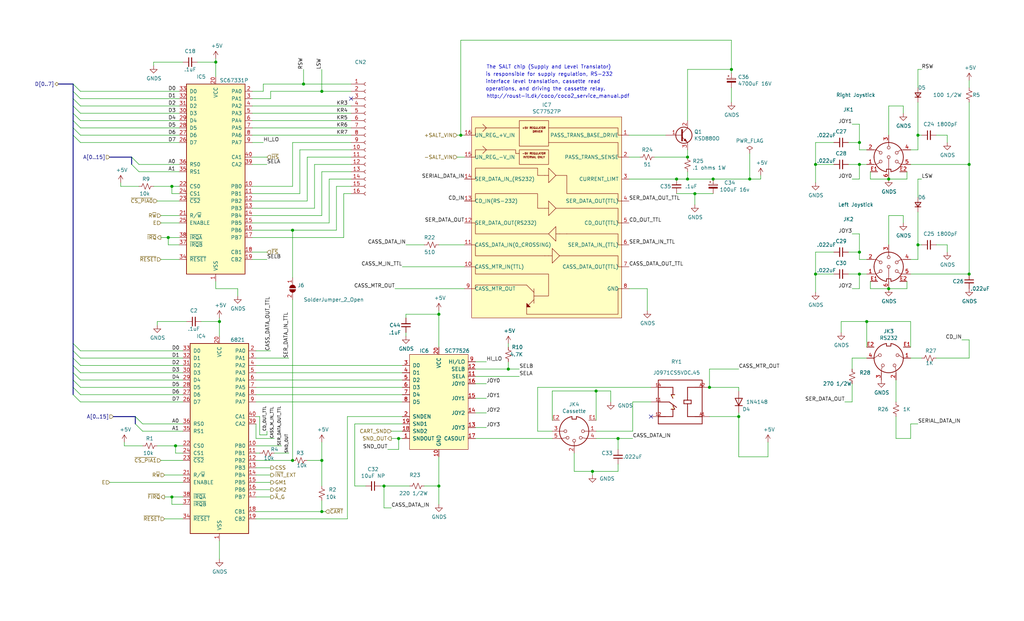
<source format=kicad_sch>
(kicad_sch (version 20211123) (generator eeschema)
  (paper "USLegal")
  (title_block (title "TRS-80 Color Computer 2 (26-3134B & 26-3136B)") (date "2022-10-07") (rev "1.0.0") (company "Tandy Corporation") (comment 1 "Board # 20261058") (comment 3 "Reference board donated by MrDave3609") (comment 4 "Kicad schematic capture by Rocky Hill"))
  (junction (at 59.69 172.72))
  (junction (at 283.21 57.15))
  (junction (at 160.02 46.99))
  (junction (at 300.99 111.76))
  (junction (at 238.76 54.61))
  (junction (at 60.96 154.94))
  (junction (at 207.01 135.89))
  (junction (at 308.61 62.23))
  (junction (at 234.95 62.23))
  (junction (at 318.77 46.99))
  (junction (at 101.6 80.01))
  (junction (at 238.76 62.23))
  (junction (at 74.93 21.59))
  (junction (at 152.4 168.91))
  (junction (at 254 24.13))
  (junction (at 318.77 85.09))
  (junction (at 105.41 29.21))
  (junction (at 246.38 134.62))
  (junction (at 59.69 64.77))
  (junction (at 133.35 168.91))
  (junction (at 205.74 163.83))
  (junction (at 247.65 62.23))
  (junction (at 214.63 152.4))
  (junction (at 58.42 82.55))
  (junction (at 138.43 152.4))
  (junction (at 298.45 95.25))
  (junction (at 101.6 160.02))
  (junction (at 336.55 57.15))
  (junction (at 111.76 31.75))
  (junction (at 111.76 160.02))
  (junction (at 111.76 177.8))
  (junction (at 308.61 100.33))
  (junction (at 76.2 111.76))
  (junction (at 298.45 57.15))
  (junction (at 241.3 67.31))
  (junction (at 283.21 95.25))
  (junction (at 298.45 49.53))
  (junction (at 336.55 95.25))
  (junction (at 176.53 128.27))
  (junction (at 298.45 87.63))
  (junction (at 256.54 144.78))
  (junction (at 152.4 109.22))
  (junction (at 260.35 62.23))
  (no_connect (at 121.92 34.29))
  (no_connect (at 226.06 144.78))
  (bus_entry (at 27.94 49.53) (size -2.54 -2.54))
  (bus_entry (at 49.53 147.32) (size -2.54 -2.54))
  (bus_entry (at 27.94 44.45) (size -2.54 -2.54))
  (bus_entry (at 48.26 57.15) (size -2.54 -2.54))
  (bus_entry (at 27.94 137.16) (size -2.54 -2.54))
  (bus_entry (at 27.94 39.37) (size -2.54 -2.54))
  (bus_entry (at 27.94 36.83) (size -2.54 -2.54))
  (bus_entry (at 27.94 41.91) (size -2.54 -2.54))
  (bus_entry (at 27.94 132.08) (size -2.54 -2.54))
  (bus_entry (at 27.94 127) (size -2.54 -2.54))
  (bus_entry (at 27.94 34.29) (size -2.54 -2.54))
  (bus_entry (at 27.94 31.75) (size -2.54 -2.54))
  (bus_entry (at 27.94 46.99) (size -2.54 -2.54))
  (bus_entry (at 27.94 121.92) (size -2.54 -2.54))
  (bus_entry (at 27.94 134.62) (size -2.54 -2.54))
  (bus_entry (at 27.94 129.54) (size -2.54 -2.54))
  (bus_entry (at 49.53 149.86) (size -2.54 -2.54))
  (bus_entry (at 27.94 124.46) (size -2.54 -2.54))
  (bus_entry (at 48.26 59.69) (size -2.54 -2.54))
  (bus_entry (at 27.94 139.7) (size -2.54 -2.54))
  (wire (pts (xy 41.91 64.77) (xy 41.91 63.5)))
  (wire (pts (xy 320.04 24.13) (xy 318.77 24.13)))
  (wire (pts (xy 295.91 62.23) (xy 298.45 62.23)))
  (wire (pts (xy 27.94 127) (xy 63.5 127)))
  (wire (pts (xy 308.61 74.93) (xy 313.69 74.93)))
  (wire (pts (xy 199.39 157.48) (xy 199.39 163.83)))
  (wire (pts (xy 161.29 46.99) (xy 160.02 46.99)))
  (wire (pts (xy 93.98 31.75) (xy 111.76 31.75)))
  (wire (pts (xy 27.94 134.62) (xy 63.5 134.62)))
  (wire (pts (xy 74.93 20.32) (xy 74.93 21.59)))
  (wire (pts (xy 234.95 67.31) (xy 241.3 67.31)))
  (wire (pts (xy 168.91 148.59) (xy 165.1 148.59)))
  (wire (pts (xy 49.53 147.32) (xy 63.5 147.32)))
  (wire (pts (xy 318.77 24.13) (xy 318.77 30.48)))
  (wire (pts (xy 283.21 49.53) (xy 283.21 57.15)))
  (wire (pts (xy 161.29 85.09) (xy 152.4 85.09)))
  (wire (pts (xy 246.38 144.78) (xy 256.54 144.78)))
  (wire (pts (xy 88.9 147.32) (xy 88.9 152.4)))
  (wire (pts (xy 283.21 87.63) (xy 283.21 95.25)))
  (wire (pts (xy 300.99 111.76) (xy 292.1 111.76)))
  (wire (pts (xy 88.9 154.94) (xy 97.79 154.94)))
  (wire (pts (xy 176.53 120.65) (xy 176.53 119.38)))
  (wire (pts (xy 57.15 172.72) (xy 59.69 172.72)))
  (wire (pts (xy 214.63 163.83) (xy 205.74 163.83)))
  (wire (pts (xy 289.56 49.53) (xy 283.21 49.53)))
  (wire (pts (xy 308.61 36.83) (xy 313.69 36.83)))
  (wire (pts (xy 74.93 100.33) (xy 82.55 100.33)))
  (wire (pts (xy 302.26 100.33) (xy 308.61 100.33)))
  (wire (pts (xy 295.91 81.28) (xy 298.45 81.28)))
  (wire (pts (xy 139.7 127) (xy 88.9 127)))
  (wire (pts (xy 133.35 168.91) (xy 142.24 168.91)))
  (wire (pts (xy 300.99 111.76) (xy 300.99 120.65)))
  (wire (pts (xy 161.29 54.61) (xy 158.75 54.61)))
  (wire (pts (xy 121.92 46.99) (xy 87.63 46.99)))
  (wire (pts (xy 292.1 111.76) (xy 292.1 115.57)))
  (wire (pts (xy 92.71 90.17) (xy 87.63 90.17)))
  (wire (pts (xy 139.7 132.08) (xy 88.9 132.08)))
  (wire (pts (xy 58.42 82.55) (xy 58.42 85.09)))
  (wire (pts (xy 139.7 152.4) (xy 138.43 152.4)))
  (wire (pts (xy 160.02 13.97) (xy 254 13.97)))
  (wire (pts (xy 176.53 125.73) (xy 176.53 128.27)))
  (wire (pts (xy 63.5 160.02) (xy 55.88 160.02)))
  (wire (pts (xy 87.63 39.37) (xy 121.92 39.37)))
  (bus (pts (xy 25.4 34.29) (xy 25.4 36.83)))
  (wire (pts (xy 238.76 59.69) (xy 238.76 62.23)))
  (wire (pts (xy 88.9 167.64) (xy 93.98 167.64)))
  (wire (pts (xy 226.06 139.7) (xy 219.71 139.7)))
  (wire (pts (xy 109.22 57.15) (xy 109.22 72.39)))
  (wire (pts (xy 219.71 149.86) (xy 207.01 149.86)))
  (wire (pts (xy 298.45 95.25) (xy 294.64 95.25)))
  (wire (pts (xy 105.41 24.13) (xy 105.41 29.21)))
  (wire (pts (xy 298.45 87.63) (xy 294.64 87.63)))
  (wire (pts (xy 87.63 69.85) (xy 106.68 69.85)))
  (wire (pts (xy 119.38 67.31) (xy 119.38 82.55)))
  (wire (pts (xy 316.23 57.15) (xy 336.55 57.15)))
  (wire (pts (xy 311.15 144.78) (xy 311.15 152.4)))
  (wire (pts (xy 218.44 54.61) (xy 222.25 54.61)))
  (wire (pts (xy 120.65 180.34) (xy 120.65 144.78)))
  (wire (pts (xy 300.99 57.15) (xy 298.45 57.15)))
  (wire (pts (xy 283.21 95.25) (xy 283.21 101.6)))
  (wire (pts (xy 58.42 85.09) (xy 62.23 85.09)))
  (wire (pts (xy 68.58 21.59) (xy 74.93 21.59)))
  (wire (pts (xy 318.77 90.17) (xy 316.23 90.17)))
  (wire (pts (xy 87.63 44.45) (xy 121.92 44.45)))
  (wire (pts (xy 90.17 144.78) (xy 90.17 151.13)))
  (wire (pts (xy 186.69 134.62) (xy 186.69 149.86)))
  (wire (pts (xy 27.94 34.29) (xy 62.23 34.29)))
  (wire (pts (xy 336.55 118.11) (xy 336.55 124.46)))
  (wire (pts (xy 334.01 118.11) (xy 336.55 118.11)))
  (wire (pts (xy 328.93 85.09) (xy 328.93 87.63)))
  (wire (pts (xy 49.53 149.86) (xy 63.5 149.86)))
  (wire (pts (xy 104.14 52.07) (xy 121.92 52.07)))
  (wire (pts (xy 214.63 152.4) (xy 207.01 152.4)))
  (wire (pts (xy 60.96 157.48) (xy 60.96 154.94)))
  (wire (pts (xy 57.15 180.34) (xy 63.5 180.34)))
  (wire (pts (xy 88.9 152.4) (xy 95.25 152.4)))
  (wire (pts (xy 27.94 31.75) (xy 62.23 31.75)))
  (wire (pts (xy 93.98 34.29) (xy 93.98 31.75)))
  (wire (pts (xy 53.34 21.59) (xy 53.34 22.86)))
  (wire (pts (xy 92.71 151.13) (xy 92.71 149.86)))
  (wire (pts (xy 138.43 156.21) (xy 138.43 152.4)))
  (wire (pts (xy 165.1 143.51) (xy 168.91 143.51)))
  (wire (pts (xy 328.93 46.99) (xy 328.93 49.53)))
  (wire (pts (xy 218.44 46.99) (xy 231.14 46.99)))
  (wire (pts (xy 311.15 139.7) (xy 311.15 132.08)))
  (wire (pts (xy 238.76 54.61) (xy 238.76 52.07)))
  (wire (pts (xy 101.6 49.53) (xy 101.6 64.77)))
  (wire (pts (xy 224.79 100.33) (xy 224.79 107.95)))
  (wire (pts (xy 300.99 111.76) (xy 316.23 111.76)))
  (wire (pts (xy 308.61 85.09) (xy 308.61 74.93)))
  (wire (pts (xy 254 13.97) (xy 254 24.13)))
  (wire (pts (xy 295.91 100.33) (xy 298.45 100.33)))
  (wire (pts (xy 318.77 73.66) (xy 318.77 85.09)))
  (wire (pts (xy 48.26 57.15) (xy 62.23 57.15)))
  (wire (pts (xy 165.1 128.27) (xy 176.53 128.27)))
  (wire (pts (xy 88.9 144.78) (xy 90.17 144.78)))
  (wire (pts (xy 140.97 115.57) (xy 140.97 116.84)))
  (wire (pts (xy 316.23 152.4) (xy 311.15 152.4)))
  (wire (pts (xy 38.1 167.64) (xy 63.5 167.64)))
  (wire (pts (xy 289.56 57.15) (xy 283.21 57.15)))
  (wire (pts (xy 27.94 44.45) (xy 62.23 44.45)))
  (wire (pts (xy 88.9 177.8) (xy 111.76 177.8)))
  (wire (pts (xy 27.94 132.08) (xy 63.5 132.08)))
  (wire (pts (xy 87.63 31.75) (xy 91.44 31.75)))
  (wire (pts (xy 302.26 62.23) (xy 308.61 62.23)))
  (wire (pts (xy 318.77 35.56) (xy 318.77 46.99)))
  (wire (pts (xy 308.61 46.99) (xy 308.61 36.83)))
  (wire (pts (xy 27.94 41.91) (xy 62.23 41.91)))
  (wire (pts (xy 139.7 137.16) (xy 88.9 137.16)))
  (wire (pts (xy 218.44 100.33) (xy 224.79 100.33)))
  (bus (pts (xy 25.4 41.91) (xy 25.4 44.45)))
  (wire (pts (xy 87.63 34.29) (xy 93.98 34.29)))
  (wire (pts (xy 254 25.4) (xy 254 24.13)))
  (wire (pts (xy 161.29 92.71) (xy 139.7 92.71)))
  (wire (pts (xy 298.45 52.07) (xy 298.45 49.53)))
  (wire (pts (xy 111.76 31.75) (xy 121.92 31.75)))
  (wire (pts (xy 91.44 29.21) (xy 105.41 29.21)))
  (wire (pts (xy 95.25 157.48) (xy 100.33 157.48)))
  (wire (pts (xy 132.08 168.91) (xy 133.35 168.91)))
  (wire (pts (xy 27.94 137.16) (xy 63.5 137.16)))
  (wire (pts (xy 160.02 13.97) (xy 160.02 46.99)))
  (wire (pts (xy 27.94 129.54) (xy 63.5 129.54)))
  (wire (pts (xy 88.9 121.92) (xy 93.98 121.92)))
  (wire (pts (xy 318.77 46.99) (xy 318.77 52.07)))
  (wire (pts (xy 336.55 57.15) (xy 336.55 95.25)))
  (wire (pts (xy 53.34 64.77) (xy 59.69 64.77)))
  (wire (pts (xy 256.54 158.75) (xy 266.7 158.75)))
  (wire (pts (xy 88.9 170.18) (xy 93.98 170.18)))
  (wire (pts (xy 111.76 59.69) (xy 121.92 59.69)))
  (wire (pts (xy 54.61 154.94) (xy 60.96 154.94)))
  (wire (pts (xy 264.16 60.96) (xy 264.16 62.23)))
  (wire (pts (xy 234.95 62.23) (xy 238.76 62.23)))
  (wire (pts (xy 298.45 49.53) (xy 294.64 49.53)))
  (wire (pts (xy 59.69 64.77) (xy 59.69 67.31)))
  (wire (pts (xy 295.91 124.46) (xy 295.91 128.27)))
  (wire (pts (xy 283.21 57.15) (xy 283.21 63.5)))
  (wire (pts (xy 27.94 49.53) (xy 62.23 49.53)))
  (wire (pts (xy 62.23 64.77) (xy 59.69 64.77)))
  (wire (pts (xy 93.98 162.56) (xy 88.9 162.56)))
  (wire (pts (xy 120.65 144.78) (xy 139.7 144.78)))
  (wire (pts (xy 165.1 130.81) (xy 180.34 130.81)))
  (wire (pts (xy 241.3 67.31) (xy 241.3 71.12)))
  (bus (pts (xy 25.4 134.62) (xy 25.4 137.16)))
  (wire (pts (xy 27.94 39.37) (xy 62.23 39.37)))
  (wire (pts (xy 123.19 147.32) (xy 123.19 168.91)))
  (wire (pts (xy 111.76 24.13) (xy 111.76 31.75)))
  (wire (pts (xy 176.53 128.27) (xy 180.34 128.27)))
  (wire (pts (xy 87.63 36.83) (xy 121.92 36.83)))
  (wire (pts (xy 191.77 135.89) (xy 207.01 135.89)))
  (wire (pts (xy 314.96 62.23) (xy 308.61 62.23)))
  (wire (pts (xy 246.38 134.62) (xy 256.54 134.62)))
  (wire (pts (xy 90.17 157.48) (xy 88.9 157.48)))
  (wire (pts (xy 92.71 87.63) (xy 87.63 87.63)))
  (wire (pts (xy 318.77 62.23) (xy 318.77 68.58)))
  (wire (pts (xy 88.9 139.7) (xy 139.7 139.7)))
  (bus (pts (xy 25.4 39.37) (xy 25.4 41.91)))
  (wire (pts (xy 62.23 82.55) (xy 58.42 82.55)))
  (wire (pts (xy 116.84 64.77) (xy 116.84 80.01)))
  (wire (pts (xy 214.63 156.21) (xy 214.63 152.4)))
  (wire (pts (xy 91.44 31.75) (xy 91.44 29.21)))
  (wire (pts (xy 325.12 46.99) (xy 328.93 46.99)))
  (wire (pts (xy 62.23 69.85) (xy 54.61 69.85)))
  (wire (pts (xy 63.5 157.48) (xy 60.96 157.48)))
  (wire (pts (xy 316.23 111.76) (xy 316.23 120.65)))
  (wire (pts (xy 325.12 85.09) (xy 328.93 85.09)))
  (wire (pts (xy 336.55 27.94) (xy 336.55 30.48)))
  (wire (pts (xy 212.09 135.89) (xy 212.09 139.7)))
  (wire (pts (xy 27.94 46.99) (xy 62.23 46.99)))
  (wire (pts (xy 111.76 177.8) (xy 113.03 177.8)))
  (wire (pts (xy 49.53 154.94) (xy 43.18 154.94)))
  (wire (pts (xy 82.55 100.33) (xy 82.55 102.87)))
  (wire (pts (xy 27.94 121.92) (xy 63.5 121.92)))
  (wire (pts (xy 152.4 107.95) (xy 152.4 109.22)))
  (wire (pts (xy 241.3 67.31) (xy 247.65 67.31)))
  (wire (pts (xy 59.69 172.72) (xy 59.69 175.26)))
  (wire (pts (xy 101.6 49.53) (xy 121.92 49.53)))
  (wire (pts (xy 106.68 54.61) (xy 106.68 69.85)))
  (bus (pts (xy 25.4 121.92) (xy 25.4 124.46)))
  (bus (pts (xy 25.4 31.75) (xy 25.4 34.29)))
  (wire (pts (xy 59.69 175.26) (xy 63.5 175.26)))
  (wire (pts (xy 246.38 128.27) (xy 246.38 134.62)))
  (wire (pts (xy 318.77 85.09) (xy 318.77 90.17)))
  (wire (pts (xy 106.68 54.61) (xy 121.92 54.61)))
  (bus (pts (xy 25.4 29.21) (xy 20.32 29.21)))
  (wire (pts (xy 138.43 152.4) (xy 135.89 152.4)))
  (bus (pts (xy 25.4 132.08) (xy 25.4 134.62)))
  (wire (pts (xy 264.16 62.23) (xy 260.35 62.23)))
  (wire (pts (xy 48.26 59.69) (xy 62.23 59.69)))
  (wire (pts (xy 53.34 21.59) (xy 63.5 21.59)))
  (bus (pts (xy 25.4 127) (xy 25.4 129.54)))
  (wire (pts (xy 27.94 139.7) (xy 63.5 139.7)))
  (bus (pts (xy 25.4 36.83) (xy 25.4 39.37)))
  (wire (pts (xy 300.99 95.25) (xy 298.45 95.25)))
  (wire (pts (xy 320.04 46.99) (xy 318.77 46.99)))
  (bus (pts (xy 25.4 119.38) (xy 25.4 121.92)))
  (wire (pts (xy 87.63 80.01) (xy 101.6 80.01)))
  (wire (pts (xy 87.63 74.93) (xy 111.76 74.93)))
  (wire (pts (xy 325.12 124.46) (xy 336.55 124.46)))
  (wire (pts (xy 298.45 90.17) (xy 298.45 87.63)))
  (wire (pts (xy 43.18 154.94) (xy 43.18 153.67)))
  (wire (pts (xy 289.56 87.63) (xy 283.21 87.63)))
  (wire (pts (xy 256.54 144.78) (xy 256.54 158.75)))
  (wire (pts (xy 88.9 165.1) (xy 93.98 165.1)))
  (wire (pts (xy 140.97 109.22) (xy 152.4 109.22)))
  (wire (pts (xy 147.32 85.09) (xy 140.97 85.09)))
  (wire (pts (xy 133.35 176.53) (xy 133.35 168.91)))
  (wire (pts (xy 314.96 97.79) (xy 314.96 100.33)))
  (wire (pts (xy 88.9 124.46) (xy 100.33 124.46)))
  (bus (pts (xy 46.99 144.78) (xy 39.37 144.78)))
  (wire (pts (xy 87.63 49.53) (xy 91.44 49.53)))
  (bus (pts (xy 45.72 54.61) (xy 38.1 54.61)))
  (wire (pts (xy 111.76 160.02) (xy 111.76 168.91)))
  (wire (pts (xy 76.2 187.96) (xy 76.2 194.31)))
  (wire (pts (xy 302.26 59.69) (xy 302.26 62.23)))
  (wire (pts (xy 104.14 52.07) (xy 104.14 67.31)))
  (wire (pts (xy 320.04 62.23) (xy 318.77 62.23)))
  (wire (pts (xy 314.96 100.33) (xy 308.61 100.33)))
  (bus (pts (xy 25.4 29.21) (xy 25.4 31.75)))
  (wire (pts (xy 114.3 62.23) (xy 121.92 62.23)))
  (wire (pts (xy 260.35 53.34) (xy 260.35 62.23)))
  (wire (pts (xy 165.1 125.73) (xy 168.91 125.73)))
  (wire (pts (xy 298.45 62.23) (xy 298.45 57.15)))
  (wire (pts (xy 116.84 64.77) (xy 121.92 64.77)))
  (wire (pts (xy 313.69 36.83) (xy 313.69 39.37)))
  (wire (pts (xy 168.91 138.43) (xy 165.1 138.43)))
  (wire (pts (xy 300.99 90.17) (xy 298.45 90.17)))
  (wire (pts (xy 114.3 62.23) (xy 114.3 77.47)))
  (bus (pts (xy 45.72 57.15) (xy 45.72 54.61)))
  (wire (pts (xy 88.9 160.02) (xy 101.6 160.02)))
  (wire (pts (xy 295.91 43.18) (xy 298.45 43.18)))
  (wire (pts (xy 238.76 24.13) (xy 238.76 41.91)))
  (wire (pts (xy 123.19 147.32) (xy 139.7 147.32)))
  (wire (pts (xy 76.2 110.49) (xy 76.2 111.76)))
  (wire (pts (xy 106.68 160.02) (xy 111.76 160.02)))
  (wire (pts (xy 298.45 43.18) (xy 298.45 49.53)))
  (wire (pts (xy 55.88 90.17) (xy 62.23 90.17)))
  (wire (pts (xy 87.63 67.31) (xy 104.14 67.31)))
  (wire (pts (xy 298.45 81.28) (xy 298.45 87.63)))
  (wire (pts (xy 139.7 149.86) (xy 135.89 149.86)))
  (wire (pts (xy 123.19 168.91) (xy 127 168.91)))
  (wire (pts (xy 246.38 128.27) (xy 256.54 128.27)))
  (bus (pts (xy 25.4 44.45) (xy 25.4 46.99)))
  (wire (pts (xy 88.9 134.62) (xy 139.7 134.62)))
  (wire (pts (xy 88.9 180.34) (xy 120.65 180.34)))
  (wire (pts (xy 186.69 149.86) (xy 191.77 149.86)))
  (wire (pts (xy 135.89 176.53) (xy 133.35 176.53)))
  (wire (pts (xy 165.1 133.35) (xy 168.91 133.35)))
  (wire (pts (xy 254 24.13) (xy 238.76 24.13)))
  (wire (pts (xy 111.76 153.67) (xy 111.76 160.02)))
  (wire (pts (xy 111.76 173.99) (xy 111.76 177.8)))
  (wire (pts (xy 289.56 95.25) (xy 283.21 95.25)))
  (wire (pts (xy 161.29 100.33) (xy 137.16 100.33)))
  (wire (pts (xy 227.33 54.61) (xy 238.76 54.61)))
  (wire (pts (xy 87.63 72.39) (xy 109.22 72.39)))
  (wire (pts (xy 60.96 154.94) (xy 63.5 154.94)))
  (wire (pts (xy 101.6 104.14) (xy 101.6 160.02)))
  (bus (pts (xy 46.99 147.32) (xy 46.99 144.78)))
  (wire (pts (xy 54.61 111.76) (xy 54.61 113.03)))
  (wire (pts (xy 54.61 111.76) (xy 64.77 111.76)))
  (wire (pts (xy 105.41 29.21) (xy 121.92 29.21)))
  (wire (pts (xy 87.63 82.55) (xy 119.38 82.55)))
  (wire (pts (xy 140.97 110.49) (xy 140.97 109.22)))
  (wire (pts (xy 295.91 133.35) (xy 295.91 139.7)))
  (wire (pts (xy 205.74 163.83) (xy 205.74 165.1)))
  (wire (pts (xy 90.17 151.13) (xy 92.71 151.13)))
  (wire (pts (xy 134.62 156.21) (xy 138.43 156.21)))
  (wire (pts (xy 76.2 111.76) (xy 76.2 116.84)))
  (bus (pts (xy 25.4 46.99) (xy 25.4 119.38)))
  (wire (pts (xy 152.4 158.75) (xy 152.4 168.91)))
  (wire (pts (xy 256.54 143.51) (xy 256.54 144.78)))
  (wire (pts (xy 300.99 52.07) (xy 298.45 52.07)))
  (wire (pts (xy 316.23 95.25) (xy 336.55 95.25)))
  (wire (pts (xy 226.06 134.62) (xy 186.69 134.62)))
  (wire (pts (xy 48.26 64.77) (xy 41.91 64.77)))
  (wire (pts (xy 87.63 64.77) (xy 101.6 64.77)))
  (wire (pts (xy 336.55 57.15) (xy 336.55 35.56)))
  (wire (pts (xy 260.35 62.23) (xy 247.65 62.23)))
  (wire (pts (xy 111.76 59.69) (xy 111.76 74.93)))
  (wire (pts (xy 316.23 147.32) (xy 316.23 152.4)))
  (wire (pts (xy 152.4 168.91) (xy 152.4 175.26)))
  (wire (pts (xy 63.5 172.72) (xy 59.69 172.72)))
  (wire (pts (xy 218.44 62.23) (xy 234.95 62.23)))
  (wire (pts (xy 207.01 135.89) (xy 207.01 146.05)))
  (wire (pts (xy 314.96 59.69) (xy 314.96 62.23)))
  (wire (pts (xy 121.92 41.91) (xy 87.63 41.91)))
  (wire (pts (xy 302.26 97.79) (xy 302.26 100.33)))
  (wire (pts (xy 320.04 85.09) (xy 318.77 85.09)))
  (wire (pts (xy 109.22 57.15) (xy 121.92 57.15)))
  (wire (pts (xy 207.01 135.89) (xy 212.09 135.89)))
  (wire (pts (xy 152.4 109.22) (xy 152.4 120.65)))
  (bus (pts (xy 25.4 129.54) (xy 25.4 132.08)))
  (wire (pts (xy 59.69 67.31) (xy 62.23 67.31)))
  (wire (pts (xy 254 30.48) (xy 254 35.56)))
  (wire (pts (xy 219.71 139.7) (xy 219.71 149.86)))
  (wire (pts (xy 74.93 21.59) (xy 74.93 26.67)))
  (wire (pts (xy 199.39 163.83) (xy 205.74 163.83)))
  (wire (pts (xy 87.63 57.15) (xy 92.71 57.15)))
  (wire (pts (xy 318.77 147.32) (xy 316.23 147.32)))
  (wire (pts (xy 318.77 52.07) (xy 316.23 52.07)))
  (wire (pts (xy 295.91 139.7) (xy 293.37 139.7)))
  (wire (pts (xy 160.02 46.99) (xy 158.75 46.99)))
  (wire (pts (xy 101.6 80.01) (xy 116.84 80.01)))
  (wire (pts (xy 101.6 96.52) (xy 101.6 80.01)))
  (wire (pts (xy 27.94 36.83) (xy 62.23 36.83)))
  (bus (pts (xy 25.4 124.46) (xy 25.4 127)))
  (wire (pts (xy 300.99 124.46) (xy 295.91 124.46)))
  (wire (pts (xy 147.32 168.91) (xy 152.4 168.91)))
  (wire (pts (xy 69.85 111.76) (xy 76.2 111.76)))
  (wire (pts (xy 320.04 124.46) (xy 316.23 124.46)))
  (wire (pts (xy 63.5 165.1) (xy 57.15 165.1)))
  (wire (pts (xy 219.71 152.4) (xy 214.63 152.4)))
  (wire (pts (xy 55.88 77.47) (xy 62.23 77.47)))
  (wire (pts (xy 27.94 124.46) (xy 63.5 124.46)))
  (wire (pts (xy 88.9 172.72) (xy 93.98 172.72)))
  (wire (pts (xy 238.76 62.23) (xy 247.65 62.23)))
  (wire (pts (xy 298.45 57.15) (xy 294.64 57.15)))
  (wire (pts (xy 165.1 152.4) (xy 191.77 152.4)))
  (wire (pts (xy 298.45 100.33) (xy 298.45 95.25)))
  (wire (pts (xy 62.23 74.93) (xy 55.88 74.93)))
  (wire (pts (xy 313.69 74.93) (xy 313.69 77.47)))
  (wire (pts (xy 55.88 82.55) (xy 58.42 82.55)))
  (wire (pts (xy 87.63 77.47) (xy 114.3 77.47)))
  (wire (pts (xy 256.54 135.89) (xy 256.54 134.62)))
  (wire (pts (xy 88.9 129.54) (xy 139.7 129.54)))
  (wire (pts (xy 191.77 146.05) (xy 191.77 135.89)))
  (wire (pts (xy 87.63 54.61) (xy 92.71 54.61)))
  (wire (pts (xy 214.63 161.29) (xy 214.63 163.83)))
  (wire (pts (xy 74.93 97.79) (xy 74.93 100.33)))
  (wire (pts (xy 119.38 67.31) (xy 121.92 67.31)))
  (wire (pts (xy 266.7 158.75) (xy 266.7 153.67)))
  (text " operations, and driving the cassette relay." (at 167.64 31.75 0) (effects (font (size 1.27 1.27)) (justify left bottom)))
  (text " interface level translation, cassette read" (at 167.64 29.21 0) (effects (font (size 1.27 1.27)) (justify left bottom)))
  (text "The SALT chip (Supply and Level Translator)" (at 168.91 24.13 0) (effects (font (size 1.27 1.27)) (justify left bottom)))
  (text "http://roust-it.dk/coco/coco2_service_manual.pdf" (at 168.91 34.29 0) (effects (font (size 1.27 1.27)) (justify left bottom)))
  (text " is responsible for supply regulation, RS-232" (at 167.64 26.67 0) (effects (font (size 1.27 1.27)) (justify left bottom)))
  (label "SER_DATA_OUT" (at 293.37 139.7 180))
  (label "D6" (at 59.69 137.16 0))
  (label "KR5" (at 116.84 41.91 0))
  (label "HI_LO" (at 168.91 125.73 0))
  (label "JOY3" (at 168.91 148.59 0))
  (label "CD_IN" (at 334.01 118.11 180))
  (label "LSW" (at 111.76 24.13 90))
  (label "D2" (at 59.69 127 0))
  (label "SELA" (at 92.71 57.15 0))
  (label "CASS_DATA_IN" (at 135.89 176.53 0))
  (label "CASS_M_IN_TTL" (at 139.7 92.71 180))
  (label "A0" (at 58.42 57.15 0))
  (label "D1" (at 59.69 124.46 0))
  (label "JOY1" (at 168.91 138.43 0))
  (label "JOY2" (at 295.91 100.33 180))
  (label "D3" (at 59.69 129.54 0))
  (label "CASS_DATA_OUT_TTL" (at 218.44 92.71 0))
  (label "D5" (at 58.42 44.45 0))
  (label "HI_LO" (at 91.44 49.53 0))
  (label "CASS_M_IN_TTL" (at 95.25 152.4 90) (effects (font (size 0.9906 0.9906))))
  (label "CASS_DATA_OUT_TTL" (at 93.98 121.92 90))
  (label "SER_DATA_OUT" (at 161.29 77.47 180))
  (label "A0" (at 59.69 147.32 0))
  (label "RSW" (at 105.41 24.13 90))
  (label "D5" (at 59.69 134.62 0))
  (label "D4" (at 59.69 132.08 0))
  (label "CASS_MTR_OUT" (at 256.54 128.27 0))
  (label "JOY0" (at 168.91 133.35 0))
  (label "JOY3" (at 295.91 81.28 180))
  (label "D1" (at 58.42 34.29 0))
  (label "SERIAL_DATA_IN" (at 318.77 147.32 0))
  (label "SND_OUT" (at 134.62 156.21 180))
  (label "RSW" (at 320.04 24.13 0))
  (label "CASS_DATA_IN" (at 140.97 85.09 180))
  (label "SER_DATA_IN_TTL" (at 100.33 124.46 90))
  (label "CD_OUT_TTL" (at 92.71 149.86 90) (effects (font (size 0.9906 0.9906))))
  (label "KR4" (at 116.84 39.37 0))
  (label "KR3" (at 116.84 36.83 0))
  (label "JOY0" (at 295.91 62.23 180))
  (label "D6" (at 58.42 46.99 0))
  (label "KR7" (at 116.84 46.99 0))
  (label "KR6" (at 116.84 44.45 0))
  (label "SND_OUT" (at 100.33 157.48 90) (effects (font (size 0.9906 0.9906))))
  (label "SERIAL_DATA_IN" (at 161.29 62.23 180))
  (label "JOY2" (at 168.91 143.51 0))
  (label "CD_OUT_TTL" (at 218.44 77.47 0))
  (label "CASS_DATA_IN" (at 219.71 152.4 0))
  (label "SELB" (at 180.34 128.27 0))
  (label "SELB" (at 92.71 90.17 0))
  (label "A1" (at 58.42 59.69 0))
  (label "D7" (at 58.42 49.53 0))
  (label "SELA" (at 180.34 130.81 0))
  (label "SER_DATA_OUT_TTL" (at 218.44 69.85 0))
  (label "D0" (at 58.42 31.75 0))
  (label "JOY1" (at 295.91 43.18 180))
  (label "CD_IN" (at 161.29 69.85 180))
  (label "D2" (at 58.42 36.83 0))
  (label "A1" (at 59.69 149.86 0))
  (label "D0" (at 59.69 121.92 0))
  (label "D3" (at 58.42 39.37 0))
  (label "CASS_MTR_OUT" (at 137.16 100.33 180))
  (label "D7" (at 59.69 139.7 0))
  (label "D4" (at 58.42 41.91 0))
  (label "LSW" (at 320.04 62.23 0))
  (label "SER_DATA_IN_TTL" (at 218.44 85.09 0))
  (label "SER_DATA_OUT_TTL" (at 97.79 154.94 90) (effects (font (size 0.9906 0.9906))))
  (hierarchical_label "~{RESET}" (shape input) (at 57.15 180.34 180))
  (hierarchical_label "E" (shape input) (at 55.88 77.47 180))
  (hierarchical_label "E" (shape input) (at 38.1 167.64 180))
  (hierarchical_label "~{CART}" (shape input) (at 113.03 177.8 0))
  (hierarchical_label "~{CS_PIA1}" (shape input) (at 55.88 160.02 180))
  (hierarchical_label "A[0..15]" (shape input) (at 39.37 144.78 180))
  (hierarchical_label "~{INT}_EXT" (shape output) (at 93.98 165.1 0))
  (hierarchical_label "-SALT_VIN" (shape input) (at 158.75 54.61 180))
  (hierarchical_label "GM2" (shape output) (at 93.98 170.18 0))
  (hierarchical_label "A[0..15]" (shape input) (at 38.1 54.61 180))
  (hierarchical_label "~{HS}" (shape input) (at 92.71 54.61 0))
  (hierarchical_label "~{FIRQ}" (shape output) (at 57.15 172.72 180))
  (hierarchical_label "SND_OUT" (shape output) (at 135.89 152.4 180))
  (hierarchical_label "~{CS_PIA0}" (shape input) (at 54.61 69.85 180))
  (hierarchical_label "CSS" (shape output) (at 93.98 162.56 0))
  (hierarchical_label "GM1" (shape output) (at 93.98 167.64 0))
  (hierarchical_label "~{FS}" (shape input) (at 92.71 87.63 0))
  (hierarchical_label "~{A}_G" (shape output) (at 93.98 172.72 0))
  (hierarchical_label "~{IRQ}" (shape output) (at 55.88 82.55 180))
  (hierarchical_label "~{RESET}" (shape input) (at 55.88 90.17 180))
  (hierarchical_label "R~{W}" (shape input) (at 57.15 165.1 180))
  (hierarchical_label "+SALT_VIN" (shape input) (at 158.75 46.99 180))
  (hierarchical_label "R~{W}" (shape input) (at 55.88 74.93 180))
  (hierarchical_label "D[0..7]" (shape bidirectional) (at 20.32 29.21 180))
  (hierarchical_label "CART_SND" (shape input) (at 135.89 149.86 180))
  (symbol (lib_id "coco2-rescue:C_Small-Device") (at 129.54 168.91 270) (unit 1)
    (property "Reference" "C32" (at 129.54 163.0934 90))
    (property "Value" "10uF NP" (at 129.54 165.4048 90))
    (property "Footprint" "Capacitor_THT:C_Radial_D5.0mm_H11.0mm_P2.00mm" (effects hide))
    (property "Datasheet" "http://nichicon-us.com/english/products/pdfs/e-ues.pdf" (effects hide))
    (property "Vendor" "digikey" (effects hide))
    (property "Vendor part#" "493-10824-1-ND" (effects hide))
    (property "Manufacturer part#" "UES1E100MDM1TD" (effects hide))
  )
  (symbol (lib_id "coco2-rescue:R_Small_US-Device") (at 322.58 124.46 270) (unit 1)
    (property "Reference" "R27" (at 321.31 121.92 90) (effects (justify left)))
    (property "Value" "1K" (at 321.437 126.1872 90) (effects (justify left)))
    (property "Footprint" "Resistor_THT:R_Axial_DIN0207_L6.3mm_D2.5mm_P10.16mm_Horizontal" (effects hide))
    (property "Datasheet" "https://www.seielect.com/catalog/sei-cf_cfm.pdf" (effects hide))
    (property "Vendor" "digikey" (effects hide))
    (property "Vendor part#" "CF14JT1K00CT-ND" (effects hide))
    (property "Manufacturer part#" "CF14JT1K00" (effects hide))
  )
  (symbol (lib_id "coco2-rescue:R_Small_US-Device") (at 311.15 142.24 180) (unit 1)
    (property "Reference" "R26" (at 308.61 142.24 0) (effects (justify left)))
    (property "Value" "1K" (at 316.23 142.24 0) (effects (justify left)))
    (property "Footprint" "Resistor_THT:R_Axial_DIN0207_L6.3mm_D2.5mm_P10.16mm_Horizontal" (effects hide))
    (property "Datasheet" "https://www.seielect.com/catalog/sei-cf_cfm.pdf" (effects hide))
    (property "Vendor" "digikey" (effects hide))
    (property "Vendor part#" "CF14JT1K00CT-ND" (effects hide))
    (property "Manufacturer part#" "CF14JT1K00" (effects hide))
  )
  (symbol (lib_id "coco2-rescue:R_Small_US-Device") (at 144.78 168.91 270) (unit 1)
    (property "Reference" "R23" (at 146.05 165.1 90) (effects (justify right)))
    (property "Value" "220 1/2W" (at 148.59 171.45 90) (effects (justify right)))
    (property "Footprint" "Resistor_THT:R_Axial_DIN0411_L9.9mm_D3.6mm_P12.70mm_Horizontal" (effects hide))
    (property "Datasheet" "https://www.seielect.com/catalog/sei-cf_cfm.pdf" (effects hide))
    (property "Vendor" "digikey" (effects hide))
    (property "Vendor part#" "CF12JT220RCT-ND" (effects hide))
    (property "Manufacturer part#" "CF12JT220R" (effects hide))
  )
  (symbol (lib_id "coco2-rescue:R_Small_US-Device") (at 149.86 85.09 90) (unit 1)
    (property "Reference" "R22" (at 151.13 82.55 90) (effects (justify left)))
    (property "Value" "510" (at 151.13 87.63 90) (effects (justify left)))
    (property "Footprint" "Resistor_THT:R_Axial_DIN0207_L6.3mm_D2.5mm_P10.16mm_Horizontal" (effects hide))
    (property "Datasheet" "https://www.seielect.com/catalog/sei-cf_cfm.pdf" (effects hide))
    (property "Vendor" "digikey" (effects hide))
    (property "Vendor part#" "CF14JT510RCT-ND" (effects hide))
    (property "Manufacturer part#" "CF14JT510R" (effects hide))
  )
  (symbol (lib_id "coco2-rescue:+5V-power") (at 152.4 107.95 0) (unit 1)
    (property "Reference" "#PWR0999069" (effects hide))
    (property "Value" "+5V" (at 152.781 103.5558 0))
  )
  (symbol (lib_id "coco2-rescue:C_Small-Device") (at 140.97 113.03 180) (unit 1)
    (property "Reference" "C44" (at 137.16 113.03 0))
    (property "Value" ".1uF" (at 137.16 115.57 0))
    (property "Footprint" "Capacitor_THT:C_Disc_D4.7mm_W2.5mm_P5.00mm" (effects hide))
    (property "Datasheet" " https://search.murata.co.jp/Ceramy/image/img/A01X/G101/ENG/RDE_X7R_250V-1kV_E.pdf" (effects hide))
    (property "Vendor" "digikey" (effects hide))
    (property "Vendor part#" "490-8814-ND" (effects hide))
    (property "Manufacturer part#" "RDER71H104K0K1H03B" (effects hide))
  )
  (symbol (lib_id "coco2-rescue:GNDS-power") (at 140.97 116.84 0) (unit 1)
    (property "Reference" "#PWR0999073" (effects hide))
    (property "Value" "GNDS" (at 141.097 121.2342 0))
  )
  (symbol (lib_id "coco2-rescue:Q_NPN_BCE-Device") (at 236.22 46.99 0) (unit 1)
    (property "Reference" "Q1" (at 241.046 45.8216 0) (effects (justify left)))
    (property "Value" "KSD880O" (at 241.046 48.133 0) (effects (justify left)))
    (property "Footprint" "Package_TO_SOT_THT:TO-220-3_Horizontal_TabDown" (effects hide))
    (property "Datasheet" "https://www.onsemi.com/pdf/datasheet/ksd880-d.pdf" (effects hide))
    (property "Vendor" "digikey" (effects hide))
    (property "Vendor part#" "KSD880OFS-ND" (effects hide))
    (property "Manufacturer part#" "KSD880O" (effects hide))
  )
  (symbol (lib_id "coco2:SC77527P") (at 208.28 43.18 0) (mirror y) (unit 1)
    (property "Reference" "IC7" (at 189.865 36.449 0))
    (property "Value" "SC77527P" (at 189.865 38.7604 0))
    (property "Footprint" "Package_DIP:DIP-16_W7.62mm_Socket" (effects hide))
    (property "Datasheet" "https://www.te.com/commerce/DocumentDelivery/DDEController?Action=srchrtrv&DocNm=2199298&DocType=Customer+Drawing&DocLang=English" (effects hide))
    (property "Vendor" "digikey" (effects hide))
    (property "Vendor part#" "A120349-ND" (effects hide))
    (property "Manufacturer part#" "1-2199298-4" (effects hide))
  )
  (symbol (lib_id "coco2-rescue:CP_Small-Device") (at 254 27.94 0) (unit 1)
    (property "Reference" "C36" (at 256.2352 26.7716 0) (effects (justify left)))
    (property "Value" "4700uF 16V" (at 256.2352 29.083 0) (effects (justify left)))
    (property "Footprint" "Capacitor_THT:CP_Radial_D16.0mm_P7.50mm" (effects hide))
    (property "Datasheet" "http://www.rubycon.co.jp/en/catalog/e_pdfs/aluminum/e_yxj.pdf" (effects hide))
    (property "Vendor" "digikey" (effects hide))
    (property "Vendor part#" "1189-1145-ND" (effects hide))
    (property "Manufacturer part#" "16YXJ4700M16X25" (effects hide))
  )
  (symbol (lib_id "coco2-rescue:GNDS-power") (at 254 35.56 0) (unit 1)
    (property "Reference" "#PWR0999064" (effects hide))
    (property "Value" "GNDS" (at 254.127 39.9542 0))
  )
  (symbol (lib_id "coco2-rescue:C_Small-Device") (at 234.95 64.77 180) (unit 1)
    (property "Reference" "C35" (at 231.14 64.77 0))
    (property "Value" ".1uF" (at 240.03 64.77 0))
    (property "Footprint" "Capacitor_THT:C_Disc_D4.7mm_W2.5mm_P5.00mm" (effects hide))
    (property "Datasheet" " https://search.murata.co.jp/Ceramy/image/img/A01X/G101/ENG/RDE_X7R_250V-1kV_E.pdf" (effects hide))
    (property "Vendor" "digikey" (effects hide))
    (property "Vendor part#" "490-8814-ND" (effects hide))
    (property "Manufacturer part#" "RDER71H104K0K1H03B" (effects hide))
  )
  (symbol (lib_id "coco2-rescue:GNDS-power") (at 224.79 107.95 0) (unit 1)
    (property "Reference" "#PWR0999070" (effects hide))
    (property "Value" "GNDS" (at 224.917 112.3442 0))
  )
  (symbol (lib_id "coco2-rescue:GNDS-power") (at 241.3 71.12 0) (unit 1)
    (property "Reference" "#PWR0999066" (effects hide))
    (property "Value" "GNDS" (at 241.427 75.5142 0))
  )
  (symbol (lib_id "coco2-rescue:R_Small_US-Device") (at 224.79 54.61 270) (unit 1)
    (property "Reference" "R24" (at 224.79 52.07 90))
    (property "Value" "51" (at 224.79 57.15 90))
    (property "Footprint" "Resistor_THT:R_Axial_DIN0207_L6.3mm_D2.5mm_P10.16mm_Horizontal" (effects hide))
    (property "Datasheet" "http://www.koaspeer.com/pdfs/CF.pdf" (effects hide))
    (property "Vendor" "digikey" (effects hide))
    (property "Vendor part#" "2019-CF1/4CT52R510JCT-ND" (effects hide))
    (property "Manufacturer part#" "CF1/4CT52R510J" (effects hide))
  )
  (symbol (lib_id "coco2-rescue:R_Small_US-Device") (at 238.76 57.15 180) (unit 1)
    (property "Reference" "R25" (at 240.4872 55.9816 0) (effects (justify right)))
    (property "Value" ".1 ohms 1W" (at 240.4872 58.293 0) (effects (justify right)))
    (property "Footprint" "Resistor_THT:R_Axial_DIN0309_L9.0mm_D3.2mm_P12.70mm_Horizontal" (effects hide))
    (property "Datasheet" "https://www.seielect.com/catalog/sei-rsf_rsmf.pdf" (effects hide))
    (property "Vendor" "digikey" (effects hide))
    (property "Vendor part#" "RSMF1JTR100CT-ND" (effects hide))
    (property "Manufacturer part#" "RSMF1JTR100" (effects hide))
  )
  (symbol (lib_id "coco2-rescue:CP_Small-Device") (at 247.65 64.77 0) (unit 1)
    (property "Reference" "C34" (at 251.46 63.5 0) (effects (justify left)))
    (property "Value" "100uF 16v" (at 249.8852 65.913 0) (effects (justify left)))
    (property "Footprint" "Capacitor_THT:CP_Radial_D8.0mm_P5.00mm" (effects hide))
    (property "Datasheet" "http://nichicon-us.com/english/products/pdfs/e-uvz.pdf" (effects hide))
    (property "Vendor" "digikey" (effects hide))
    (property "Vendor part#" "493-17434-1-ND" (effects hide))
    (property "Manufacturer part#" "UST1C101MDD1TA" (effects hide))
  )
  (symbol (lib_id "coco2-rescue:+5V-power") (at 264.16 60.96 0) (unit 1)
    (property "Reference" "#PWR0999065" (effects hide))
    (property "Value" "+5V" (at 264.541 56.5658 0))
  )
  (symbol (lib_id "coco2-rescue:PWR_FLAG-power") (at 260.35 53.34 0) (unit 1)
    (property "Reference" "#FLG0999001" (effects hide))
    (property "Value" "PWR_FLAG" (at 260.35 48.9458 0))
  )
  (symbol (lib_id "coco2:J0971CS5VDC.45") (at 236.22 139.7 180) (unit 1)
    (property "Reference" "RY1" (at 234.95 125.73 0))
    (property "Value" "J0971CS5VDC.45" (at 234.95 129.54 0))
    (property "Footprint" "coco2:RELAY_J0971CS5VDC.45" (effects hide))
    (property "Datasheet" "https://www.citrelay.com/Catalog%20Pages/RelayCatalog/J097.pdf" (effects hide))
    (property "Vendor" "digikey" (effects hide))
    (property "Vendor part#" "2449-J0971CS5VDC.45-ND" (effects hide))
    (property "Manufacturer part#" "J0971CS5VDC.45" (effects hide))
  )
  (symbol (lib_id "coco2-rescue:6821-Interface") (at 76.2 152.4 0) (unit 1)
    (property "Reference" "IC4" (at 69.85 116.84 0))
    (property "Value" "6821" (at 82.55 118.11 0))
    (property "Footprint" "Package_DIP:DIP-40_W15.24mm_Socket" (effects hide))
    (property "Datasheet" "http://pdf.datasheetcatalog.com/datasheet/motorola/6821.pdf" (effects hide))
    (property "Datasheet" "http://www.on-shore.com/wp-content/uploads/2015/09/ipg2.pdf" (effects hide))
    (property "Vendor" "digikey" (effects hide))
    (property "Vendor part#" "ED3048-5-ND" (effects hide))
    (property "Manufacturer part#" "ED40DT" (effects hide))
  )
  (symbol (lib_id "custom_dac:SC77526") (at 152.4 139.7 0) (unit 1)
    (property "Reference" "IC6" (at 147.32 121.92 0))
    (property "Value" "SC77526" (at 158.75 121.92 0))
    (property "Footprint" "Package_DIP:DIP-20_W7.62mm_Socket" (effects hide))
    (property "Datasheet" "http://www.cnctech.us/pdfs/243-XX-1-XX_.pdf" (effects hide))
    (property "Vendor" "digikey" (effects hide))
    (property "Vendor part#" "1175-1479-ND" (effects hide))
    (property "Manufacturer part#" "243-20-1-03" (effects hide))
  )
  (symbol (lib_id "coco2-rescue:6822-Interface") (at 74.93 62.23 0) (unit 1)
    (property "Reference" "IC5" (at 69.85 26.67 0))
    (property "Value" "SC67331P" (at 81.28 27.94 0))
    (property "Footprint" "Package_DIP:DIP-40_W15.24mm_Socket" (effects hide))
    (property "Datasheet" "http://pdf1.alldatasheet.com/datasheet-pdf/view/135452/MOTOROLA/MC6822.html" (effects hide))
    (property "Datasheet" "http://www.on-shore.com/wp-content/uploads/2015/09/ipg2.pdf" (effects hide))
    (property "Vendor" "digikey" (effects hide))
    (property "Vendor part#" "ED3048-5-ND" (effects hide))
    (property "Manufacturer part#" "ED40DT" (effects hide))
  )
  (symbol (lib_id "coco2-rescue:Conn_01x16_Female-Connector") (at 127 46.99 0) (unit 1)
    (property "Reference" "CN2" (at 123.19 21.59 0) (effects (justify left)))
    (property "Value" "Conn_01x16_Female" (effects hide))
    (property "Footprint" "Connector_PinHeader_2.54mm:PinHeader_1x16_P2.54mm_Vertical" (effects hide))
    (property "Datasheet" "https://www.te.com/commerce/DocumentDelivery/DDEController?Action=srchrtrv&DocNm=520415&DocType=Customer+Drawing&DocLang=English" (effects hide))
    (property "Vendor" "digikey" (effects hide))
    (property "Vendor part#" "A144434-ND" (effects hide))
    (property "Manufacturer part#" "6-520415-6" (effects hide))
  )
  (symbol (lib_id "coco2-rescue:R_Small_US-Device") (at 92.71 157.48 270) (unit 1)
    (property "Reference" "R4" (at 93.98 156.21 90) (effects (justify left)))
    (property "Value" "10k" (at 91.567 159.2072 90) (effects (justify left)))
    (property "Footprint" "Resistor_THT:R_Axial_DIN0207_L6.3mm_D2.5mm_P10.16mm_Horizontal" (effects hide))
    (property "Datasheet" "https://www.seielect.com/catalog/sei-cf_cfm.pdf" (effects hide))
    (property "Vendor" "digikey" (effects hide))
    (property "Vendor part#" "CF14JT10K0CT-ND" (effects hide))
    (property "Manufacturer part#" "CF14JT10K0" (effects hide))
  )
  (symbol (lib_id "coco2-rescue:+5V-power") (at 266.7 153.67 0) (unit 1)
    (property "Reference" "#PWR0999082" (effects hide))
    (property "Value" "+5V" (at 267.081 149.2758 0))
  )
  (symbol (lib_id "coco2-rescue:GNDS-power") (at 82.55 102.87 0) (unit 1)
    (property "Reference" "#PWR0999068" (effects hide))
    (property "Value" "GNDS" (at 82.677 107.2642 0))
  )
  (symbol (lib_id "coco2-rescue:+5V-power") (at 74.93 20.32 0) (unit 1)
    (property "Reference" "#PWR0999061" (effects hide))
    (property "Value" "+5V" (at 75.311 15.9258 0))
  )
  (symbol (lib_id "coco2-rescue:C_Small-Device") (at 67.31 111.76 90) (unit 1)
    (property "Reference" "C2" (at 67.31 107.95 90))
    (property "Value" ".1uF" (at 67.31 114.3 90))
    (property "Footprint" "Capacitor_THT:C_Disc_D4.7mm_W2.5mm_P5.00mm" (effects hide))
    (property "Datasheet" " https://search.murata.co.jp/Ceramy/image/img/A01X/G101/ENG/RDE_X7R_250V-1kV_E.pdf" (effects hide))
    (property "Vendor" "digikey" (effects hide))
    (property "Vendor part#" "490-8814-ND" (effects hide))
    (property "Manufacturer part#" "RDER71H104K0K1H03B" (effects hide))
  )
  (symbol (lib_id "coco2-rescue:C_Small-Device") (at 66.04 21.59 90) (unit 1)
    (property "Reference" "C18" (at 66.04 17.78 90))
    (property "Value" ".1uF" (at 66.04 24.13 90))
    (property "Footprint" "Capacitor_THT:C_Disc_D4.7mm_W2.5mm_P5.00mm" (effects hide))
    (property "Datasheet" " https://search.murata.co.jp/Ceramy/image/img/A01X/G101/ENG/RDE_X7R_250V-1kV_E.pdf" (effects hide))
    (property "Vendor" "digikey" (effects hide))
    (property "Vendor part#" "490-8814-ND" (effects hide))
    (property "Manufacturer part#" "RDER71H104K0K1H03B" (effects hide))
  )
  (symbol (lib_id "coco2-rescue:R_Small_US-Device") (at 111.76 171.45 180) (unit 1)
    (property "Reference" "R2" (at 116.84 170.18 0) (effects (justify left)))
    (property "Value" "10k" (at 116.84 172.72 0) (effects (justify left)))
    (property "Footprint" "Resistor_THT:R_Axial_DIN0207_L6.3mm_D2.5mm_P10.16mm_Horizontal" (effects hide))
    (property "Datasheet" "https://www.seielect.com/catalog/sei-cf_cfm.pdf" (effects hide))
    (property "Vendor" "digikey" (effects hide))
    (property "Vendor part#" "CF14JT10K0CT-ND" (effects hide))
    (property "Manufacturer part#" "CF14JT10K0" (effects hide))
  )
  (symbol (lib_id "coco2-rescue:R_Small_US-Device") (at 104.14 160.02 270) (unit 1)
    (property "Reference" "R3" (at 102.87 157.48 90) (effects (justify left)))
    (property "Value" "10k" (at 102.997 161.7472 90) (effects (justify left)))
    (property "Footprint" "Resistor_THT:R_Axial_DIN0207_L6.3mm_D2.5mm_P10.16mm_Horizontal" (effects hide))
    (property "Datasheet" "https://www.seielect.com/catalog/sei-cf_cfm.pdf" (effects hide))
    (property "Vendor" "digikey" (effects hide))
    (property "Vendor part#" "CF14JT10K0CT-ND" (effects hide))
    (property "Manufacturer part#" "CF14JT10K0" (effects hide))
  )
  (symbol (lib_id "coco2-rescue:R_Small_US-Device") (at 176.53 123.19 180) (unit 1)
    (property "Reference" "R10" (at 181.61 120.65 0) (effects (justify left)))
    (property "Value" "4.7K" (at 181.61 123.19 0) (effects (justify left)))
    (property "Footprint" "Resistor_THT:R_Axial_DIN0207_L6.3mm_D2.5mm_P10.16mm_Horizontal" (effects hide))
    (property "Datasheet" "https://www.seielect.com/catalog/sei-cf_cfm.pdf" (effects hide))
    (property "Vendor" "digikey" (effects hide))
    (property "Vendor part#" "CF14JT4K70CT-ND  " (effects hide))
    (property "Manufacturer part#" "Stackpole Electronics Inc" (effects hide))
  )
  (symbol (lib_id "coco2-rescue:GNDS-power") (at 53.34 22.86 0) (unit 1)
    (property "Reference" "#PWR0999062" (effects hide))
    (property "Value" "GNDS" (at 53.467 27.2542 0))
  )
  (symbol (lib_id "coco2-rescue:+5V-power") (at 76.2 110.49 0) (unit 1)
    (property "Reference" "#PWR0999071" (effects hide))
    (property "Value" "+5V" (at 76.581 106.0958 0))
  )
  (symbol (lib_id "coco2-rescue:GNDS-power") (at 54.61 113.03 0) (unit 1)
    (property "Reference" "#PWR0999072" (effects hide))
    (property "Value" "GNDS" (at 54.737 117.4242 0))
  )
  (symbol (lib_id "coco2-rescue:GNDS-power") (at 76.2 194.31 0) (unit 1)
    (property "Reference" "#PWR0999083" (effects hide))
    (property "Value" "GNDS" (at 76.327 198.7042 0))
  )
  (symbol (lib_id "coco2-rescue:+5V-power") (at 111.76 153.67 0) (unit 1)
    (property "Reference" "#PWR0999078" (effects hide))
    (property "Value" "+5V" (at 112.141 149.2758 0))
  )
  (symbol (lib_id "coco2-rescue:+5V-power") (at 176.53 119.38 0) (unit 1)
    (property "Reference" "#PWR0999074" (effects hide))
    (property "Value" "+5V" (at 176.911 114.9858 0))
  )
  (symbol (lib_id "coco2:DIN-4-Connector") (at 308.61 124.46 180) (unit 1)
    (property "Reference" "JK3" (at 308.61 115.1382 0))
    (property "Value" "RS232" (at 308.61 117.4496 0))
    (property "Footprint" "coco2:CUI_SDS-40J" (effects hide))
    (property "Datasheet" "https://www.cuidevices.com/product/resource/digikeypdf/sds-j.pdf" (effects hide))
    (property "Vendor" "digikey" (effects hide))
    (property "Vendor part#" "CP-2340-ND" (effects hide))
    (property "Manufacturer part#" "SDS-40J" (effects hide))
  )
  (symbol (lib_id "coco2:DIN-6-Connector") (at 308.61 54.61 0) (unit 1)
    (property "Reference" "JK1" (at 294.64 38.1 0))
    (property "Value" "Right Joystick" (at 297.18 33.02 0))
    (property "Footprint" "coco2:CUI_SDS-60J" (effects hide))
    (property "Datasheet" "https://www.cuidevices.com/product/resource/digikeypdf/sds-j.pdf" (effects hide))
    (property "Vendor" "digikey" (effects hide))
    (property "Vendor part#" "CP-2360-ND" (effects hide))
    (property "Manufacturer part#" "SDS-60J" (effects hide))
  )
  (symbol (lib_id "coco2-rescue:1N4148-Diode") (at 256.54 139.7 270) (mirror x) (unit 1)
    (property "Reference" "D4" (at 257.81 142.24 90) (effects (justify left)))
    (property "Value" "1N4148" (at 259.08 139.7 90) (effects (justify left)))
    (property "Footprint" "Diode_THT:D_DO-35_SOD27_P7.62mm_Horizontal" (effects hide))
    (property "Datasheet" " https://www.onsemi.com/pub/Collateral/1N914-D.PDF" (effects hide))
    (property "Vendor" "digikey" (effects hide))
    (property "Vendor part#" "1N4148FS-ND" (effects hide))
    (property "Manufacturer part#" "1N4148" (effects hide))
  )
  (symbol (lib_id "coco2-rescue:D_Small-Device") (at 318.77 33.02 90) (unit 1)
    (property "Reference" "D5" (at 318.77 30.48 90) (effects (justify right)))
    (property "Value" "1KF20-04" (effects hide))
    (property "Footprint" "Diode_THT:D_A-405_P10.16mm_Horizontal" (effects hide))
    (property "Datasheet" "https://www.onsemi.com/pdf/datasheet/1n914-d.pdf" (effects hide))
    (property "Vendor" "digikey" (effects hide))
    (property "Vendor part#" "1N4148FS-ND" (effects hide))
    (property "Manufacturer part#" "1N4148" (effects hide))
  )
  (symbol (lib_id "coco2:DIN-5_180degree-Connector") (at 199.39 149.86 180) (unit 1)
    (property "Reference" "JK4" (at 199.39 140.5382 0))
    (property "Value" "Cassette" (at 199.39 142.8496 0))
    (property "Footprint" "coco2:CUI_SDS-50J" (effects hide))
    (property "Datasheet" "https://www.cuidevices.com/product/resource/digikeypdf/sds-j.pdf" (effects hide))
    (property "Vendor" "digikey" (effects hide))
    (property "Vendor part#" "CP-2350-ND" (effects hide))
    (property "Manufacturer part#" "SDS-50J" (effects hide))
  )
  (symbol (lib_id "coco2-rescue:C_Small-Device") (at 292.1 57.15 90) (unit 1)
    (property "Reference" "C28" (at 292.1 53.34 90))
    (property "Value" ".022uF" (at 287.02 55.88 90))
    (property "Footprint" "Capacitor_THT:C_Disc_D8.0mm_W2.5mm_P5.00mm" (effects hide))
    (property "Datasheet" "https://api.kemet.com/component-edge/download/datasheet/C317C223M5U5TA7301.pdf" (effects hide))
    (property "Vendor" "digikey" (effects hide))
    (property "Vendor part#" "399-14073-1-ND" (effects hide))
    (property "Manufacturer part#" "C317C223M5U5TA7301" (effects hide))
  )
  (symbol (lib_id "coco2-rescue:C_Small-Device") (at 292.1 49.53 270) (unit 1)
    (property "Reference" "C27" (at 292.1 45.72 90))
    (property "Value" ".022uF" (at 287.02 46.99 90))
    (property "Footprint" "Capacitor_THT:C_Disc_D8.0mm_W2.5mm_P5.00mm" (effects hide))
    (property "Datasheet" "https://api.kemet.com/component-edge/download/datasheet/C317C223M5U5TA7301.pdf" (effects hide))
    (property "Vendor" "digikey" (effects hide))
    (property "Vendor part#" "399-14073-1-ND" (effects hide))
    (property "Manufacturer part#" "C317C223M5U5TA7301" (effects hide))
  )
  (symbol (lib_id "coco2-rescue:C_Small-Device") (at 214.63 158.75 180) (unit 1)
    (property "Reference" "C33" (at 210.82 157.48 0))
    (property "Value" ".022uF" (at 219.71 158.75 0))
    (property "Footprint" "Capacitor_THT:C_Disc_D8.0mm_W2.5mm_P5.00mm" (effects hide))
    (property "Datasheet" "https://api.kemet.com/component-edge/download/datasheet/C317C223M5U5TA7301.pdf" (effects hide))
    (property "Vendor" "digikey" (effects hide))
    (property "Vendor part#" "399-14073-1-ND" (effects hide))
    (property "Manufacturer part#" "C317C223M5U5TA7301" (effects hide))
  )
  (symbol (lib_id "coco2-rescue:C_Small-Device") (at 336.55 97.79 0) (unit 1)
    (property "Reference" "C26" (at 332.74 97.79 0))
    (property "Value" ".022uF" (at 340.36 100.33 0))
    (property "Footprint" "Capacitor_THT:C_Disc_D8.0mm_W2.5mm_P5.00mm" (effects hide))
    (property "Datasheet" "https://api.kemet.com/component-edge/download/datasheet/C317C223M5U5TA7301.pdf" (effects hide))
    (property "Vendor" "digikey" (effects hide))
    (property "Vendor part#" "399-14073-1-ND" (effects hide))
    (property "Manufacturer part#" "C317C223M5U5TA7301" (effects hide))
  )
  (symbol (lib_id "coco2-rescue:GNDS-power") (at 152.4 175.26 0) (unit 1)
    (property "Reference" "#PWR0999081" (effects hide))
    (property "Value" "GNDS" (at 152.527 179.6542 0))
  )
  (symbol (lib_id "coco2-rescue:GNDS-power") (at 205.74 165.1 0) (unit 1)
    (property "Reference" "#PWR0999079" (effects hide))
    (property "Value" "GNDS" (at 210.82 166.37 0))
  )
  (symbol (lib_id "coco2-rescue:R_Small_US-Device") (at 336.55 33.02 0) (unit 1)
    (property "Reference" "R5" (at 340.36 33.02 0) (effects (justify right)))
    (property "Value" "100 1/2W" (at 334.01 33.02 0) (effects (justify right)))
    (property "Footprint" "Resistor_THT:R_Axial_DIN0411_L9.9mm_D3.6mm_P12.70mm_Horizontal" (effects hide))
    (property "Datasheet" "https://www.seielect.com/catalog/sei-cf_cfm.pdf" (effects hide))
    (property "Vendor" "digikey" (effects hide))
    (property "Vendor part#" "CF12JT100RCT-ND" (effects hide))
    (property "Manufacturer part#" "CF12JT100R" (effects hide))
  )
  (symbol (lib_id "coco2-rescue:C_Small-Device") (at 322.58 85.09 90) (unit 1)
    (property "Reference" "C25" (at 322.58 81.28 90))
    (property "Value" "1800pF" (at 328.93 81.28 90))
    (property "Footprint" "Capacitor_THT:C_Disc_D4.7mm_W2.5mm_P5.00mm" (effects hide))
    (property "Datasheet" "https://product.tdk.com/info/en/catalog/datasheets/leadmlcc_halogenfree_fa_en.pdf?ref_disty=digikey" (effects hide))
    (property "Vendor" "digikey" (effects hide))
    (property "Vendor part#" "445-180714-1-ND" (effects hide))
    (property "Manufacturer part#" "FA28C0G1H182JNU06" (effects hide))
  )
  (symbol (lib_id "coco2-rescue:R_Small_US-Device") (at 295.91 130.81 0) (unit 1)
    (property "Reference" "R28" (at 298.45 129.54 0) (effects (justify left)))
    (property "Value" "270 1/2W" (at 285.75 133.35 0) (effects (justify left)))
    (property "Footprint" "Resistor_THT:R_Axial_DIN0204_L3.6mm_D1.6mm_P7.62mm_Horizontal" (effects hide))
    (property "Datasheet" "https://www.vishay.com/docs/28722/sfr16s25.pdf" (effects hide))
    (property "Vendor" "digikey" (effects hide))
    (property "Vendor part#" "BC4316CT-ND" (effects hide))
    (property "Manufacturer part#" "SFR16S0002700JA500" (effects hide))
  )
  (symbol (lib_id "coco2-rescue:SolderJumper_2_Open-Jumper") (at 101.6 100.33 270) (unit 1)
    (property "Reference" "J6" (at 103.3272 99.1616 90) (effects (justify left)))
    (property "Value" "SolderJumper_2_Open" (at 105.41 104.14 90) (effects (justify left)))
    (property "Footprint" "Jumper:SolderJumper-2_P1.3mm_Open_RoundedPad1.0x1.5mm" (effects hide))
  )
  (symbol (lib_id "coco2-rescue:GNDS-power") (at 283.21 63.5 0) (unit 1)
    (property "Reference" "#PWR0120" (effects hide))
    (property "Value" "GNDS" (at 283.337 67.8942 0))
  )
  (symbol (lib_id "coco2-rescue:GNDS-power") (at 313.69 39.37 0) (unit 1)
    (property "Reference" "#PWR0121" (effects hide))
    (property "Value" "GNDS" (at 313.817 43.7642 0))
  )
  (symbol (lib_id "coco2-rescue:GNDS-power") (at 328.93 49.53 0) (unit 1)
    (property "Reference" "#PWR0122" (effects hide))
    (property "Value" "GNDS" (at 329.057 53.9242 0))
  )
  (symbol (lib_id "coco2-rescue:+5V-power") (at 336.55 27.94 0) (unit 1)
    (property "Reference" "#PWR0123" (effects hide))
    (property "Value" "+5V" (at 336.931 23.5458 0))
  )
  (symbol (lib_id "coco2-rescue:D_Small-Device") (at 318.77 71.12 90) (unit 1)
    (property "Reference" "D6" (at 318.77 68.58 90) (effects (justify right)))
    (property "Value" "1KF20-04" (effects hide))
    (property "Footprint" "Diode_THT:D_A-405_P10.16mm_Horizontal" (effects hide))
    (property "Datasheet" "https://www.onsemi.com/pdf/datasheet/1n914-d.pdf" (effects hide))
    (property "Vendor" "digikey" (effects hide))
    (property "Vendor part#" "1N4148FS-ND" (effects hide))
    (property "Manufacturer part#" "1N4148" (effects hide))
  )
  (symbol (lib_id "coco2-rescue:C_Small-Device") (at 292.1 87.63 270) (unit 1)
    (property "Reference" "C29" (at 292.1 83.82 90))
    (property "Value" ".022uF" (at 287.02 85.09 90))
    (property "Footprint" "Capacitor_THT:C_Disc_D8.0mm_W2.5mm_P5.00mm" (effects hide))
    (property "Datasheet" "https://api.kemet.com/component-edge/download/datasheet/C317C223M5U5TA7301.pdf" (effects hide))
    (property "Vendor" "digikey" (effects hide))
    (property "Vendor part#" "399-14073-1-ND" (effects hide))
    (property "Manufacturer part#" "C317C223M5U5TA7301" (effects hide))
  )
  (symbol (lib_id "coco2-rescue:C_Small-Device") (at 322.58 46.99 90) (unit 1)
    (property "Reference" "C24" (at 322.58 43.18 90))
    (property "Value" "1800pF" (at 328.93 43.18 90))
    (property "Footprint" "Capacitor_THT:C_Disc_D4.7mm_W2.5mm_P5.00mm" (effects hide))
    (property "Datasheet" "https://product.tdk.com/info/en/catalog/datasheets/leadmlcc_halogenfree_fa_en.pdf?ref_disty=digikey" (effects hide))
    (property "Vendor" "digikey" (effects hide))
    (property "Vendor part#" "445-180714-1-ND" (effects hide))
    (property "Manufacturer part#" "FA28C0G1H182JNU06" (effects hide))
  )
  (symbol (lib_name "DIN-6-Connector_1") (lib_id "coco2:DIN-6-Connector") (at 308.61 92.71 0) (unit 1)
    (property "Reference" "JK2" (at 294.64 76.2 0))
    (property "Value" "Left Joystick" (at 297.18 71.12 0))
    (property "Footprint" "coco2:CUI_SDS-60J" (effects hide))
    (property "Datasheet" "https://www.cuidevices.com/product/resource/digikeypdf/sds-j.pdf" (effects hide))
    (property "Vendor" "digikey" (effects hide))
    (property "Vendor part#" "CP-2360-ND" (effects hide))
    (property "Manufacturer part#" "SDS-60J" (effects hide))
  )
  (symbol (lib_id "coco2-rescue:C_Small-Device") (at 292.1 95.25 90) (unit 1)
    (property "Reference" "C30" (at 292.1 91.44 90))
    (property "Value" ".022uF" (at 287.02 93.98 90))
    (property "Footprint" "Capacitor_THT:C_Disc_D8.0mm_W2.5mm_P5.00mm" (effects hide))
    (property "Datasheet" "https://api.kemet.com/component-edge/download/datasheet/C317C223M5U5TA7301.pdf" (effects hide))
    (property "Vendor" "digikey" (effects hide))
    (property "Vendor part#" "399-14073-1-ND" (effects hide))
    (property "Manufacturer part#" "C317C223M5U5TA7301" (effects hide))
  )
  (symbol (lib_id "coco2-rescue:GNDS-power") (at 283.21 101.6 0) (unit 1)
    (property "Reference" "#PWR0124" (effects hide))
    (property "Value" "GNDS" (at 283.337 105.9942 0))
  )
  (symbol (lib_id "coco2-rescue:GNDS-power") (at 313.69 77.47 0) (unit 1)
    (property "Reference" "#PWR0125" (effects hide))
    (property "Value" "GNDS" (at 313.817 81.8642 0))
  )
  (symbol (lib_id "coco2-rescue:GNDS-power") (at 328.93 87.63 0) (unit 1)
    (property "Reference" "#PWR0126" (effects hide))
    (property "Value" "GNDS" (at 329.057 92.0242 0))
  )
  (symbol (lib_id "coco2-rescue:GNDS-power") (at 308.61 62.23 0) (unit 1)
    (property "Reference" "#PWR0127" (effects hide))
    (property "Value" "GNDS" (at 308.737 66.6242 0))
  )
  (symbol (lib_id "coco2-rescue:GNDS-power") (at 308.61 100.33 0) (unit 1)
    (property "Reference" "#PWR0128" (effects hide))
    (property "Value" "GNDS" (at 308.737 104.7242 0))
  )
  (symbol (lib_id "coco2-rescue:GNDS-power") (at 336.55 100.33 0) (unit 1)
    (property "Reference" "#PWR0129" (effects hide))
    (property "Value" "GNDS" (at 336.677 104.7242 0))
  )
  (symbol (lib_id "coco2-rescue:GNDS-power") (at 306.07 132.08 0) (unit 1)
    (property "Reference" "#PWR0130" (effects hide))
    (property "Value" "GNDS" (at 306.197 136.4742 0))
  )
  (symbol (lib_id "coco2-rescue:R_Small_US-Device") (at 50.8 64.77 90) (unit 1)
    (property "Reference" "R9" (at 52.07 62.23 90) (effects (justify left)))
    (property "Value" "10k" (at 52.07 67.31 90) (effects (justify left)))
    (property "Footprint" "Resistor_THT:R_Axial_DIN0207_L6.3mm_D2.5mm_P10.16mm_Horizontal" (effects hide))
    (property "Datasheet" "https://www.seielect.com/catalog/sei-cf_cfm.pdf" (effects hide))
    (property "Vendor" "digikey" (effects hide))
    (property "Vendor part#" "CF14JT10K0CT-ND" (effects hide))
    (property "Manufacturer part#" "CF14JT10K0" (effects hide))
  )
  (symbol (lib_id "coco2-rescue:+5V-power") (at 41.91 63.5 0) (unit 1)
    (property "Reference" "#PWR0132" (effects hide))
    (property "Value" "+5V" (at 42.291 59.1058 0))
  )
  (symbol (lib_id "coco2-rescue:R_Small_US-Device") (at 52.07 154.94 90) (unit 1)
    (property "Reference" "R1" (at 53.34 152.4 90) (effects (justify left)))
    (property "Value" "10k" (at 53.34 157.48 90) (effects (justify left)))
    (property "Footprint" "Resistor_THT:R_Axial_DIN0207_L6.3mm_D2.5mm_P10.16mm_Horizontal" (effects hide))
    (property "Datasheet" "https://www.seielect.com/catalog/sei-cf_cfm.pdf" (effects hide))
    (property "Vendor" "digikey" (effects hide))
    (property "Vendor part#" "CF14JT10K0CT-ND" (effects hide))
    (property "Manufacturer part#" "CF14JT10K0" (effects hide))
  )
  (symbol (lib_id "coco2-rescue:+5V-power") (at 43.18 153.67 0) (unit 1)
    (property "Reference" "#PWR0133" (effects hide))
    (property "Value" "+5V" (at 43.561 149.2758 0))
  )
  (symbol (lib_id "coco2-rescue:GNDS-power") (at 292.1 115.57 0) (unit 1)
    (property "Reference" "#PWR0115" (effects hide))
    (property "Value" "GNDS" (at 292.227 119.9642 0))
  )
  (symbol (lib_id "coco2-rescue:GNDS-power") (at 212.09 139.7 0) (unit 1)
    (property "Reference" "#PWR0116" (effects hide))
    (property "Value" "GNDS" (at 217.17 140.97 0))
  )
)
</source>
